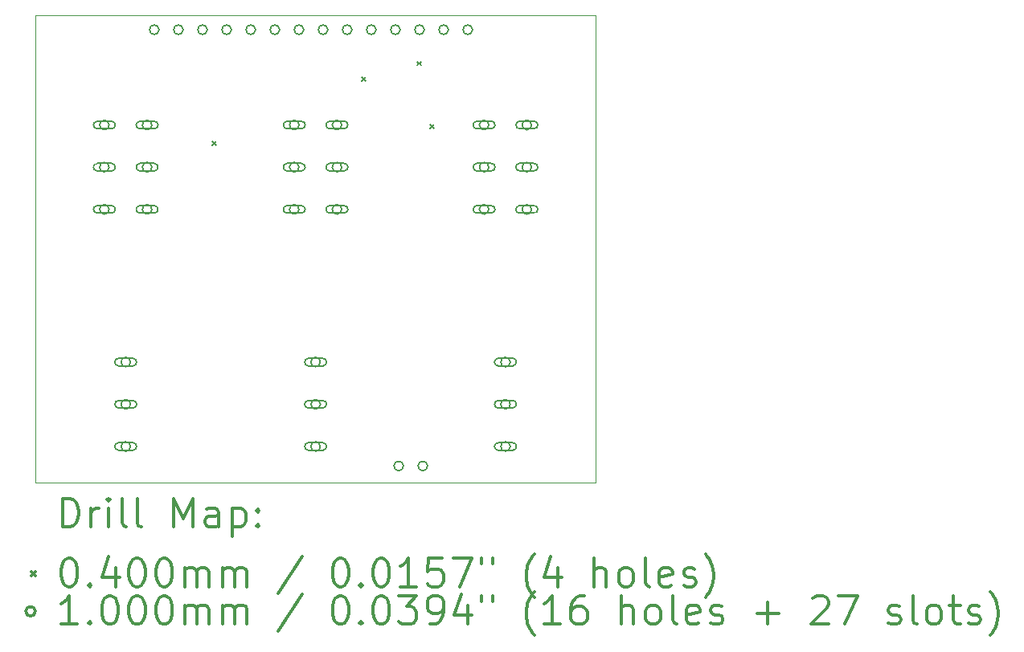
<source format=gbr>
%FSLAX45Y45*%
G04 Gerber Fmt 4.5, Leading zero omitted, Abs format (unit mm)*
G04 Created by KiCad (PCBNEW 5.1.10) date 2021-05-19 15:42:45*
%MOMM*%
%LPD*%
G01*
G04 APERTURE LIST*
%TA.AperFunction,Profile*%
%ADD10C,0.050000*%
%TD*%
%ADD11C,0.200000*%
%ADD12C,0.300000*%
G04 APERTURE END LIST*
D10*
X3800000Y-12450000D02*
X3825000Y-12450000D01*
X9700000Y-12450000D02*
X3825000Y-12450000D01*
X9700000Y-12450000D02*
X9700000Y-17375000D01*
X3800000Y-17375000D02*
X9700000Y-17375000D01*
X3800000Y-12450000D02*
X3800000Y-17375000D01*
D11*
X5663010Y-13775770D02*
X5703010Y-13815770D01*
X5703010Y-13775770D02*
X5663010Y-13815770D01*
X7237170Y-13101920D02*
X7277170Y-13141920D01*
X7277170Y-13101920D02*
X7237170Y-13141920D01*
X7824000Y-12935510D02*
X7864000Y-12975510D01*
X7864000Y-12935510D02*
X7824000Y-12975510D01*
X7955630Y-13600760D02*
X7995630Y-13640760D01*
X7995630Y-13600760D02*
X7955630Y-13640760D01*
X4575000Y-13605000D02*
G75*
G03*
X4575000Y-13605000I-50000J0D01*
G01*
X4600000Y-13565000D02*
X4450000Y-13565000D01*
X4600000Y-13645000D02*
X4450000Y-13645000D01*
X4450000Y-13565000D02*
G75*
G03*
X4450000Y-13645000I0J-40000D01*
G01*
X4600000Y-13645000D02*
G75*
G03*
X4600000Y-13565000I0J40000D01*
G01*
X4575000Y-14050000D02*
G75*
G03*
X4575000Y-14050000I-50000J0D01*
G01*
X4600000Y-14010000D02*
X4450000Y-14010000D01*
X4600000Y-14090000D02*
X4450000Y-14090000D01*
X4450000Y-14010000D02*
G75*
G03*
X4450000Y-14090000I0J-40000D01*
G01*
X4600000Y-14090000D02*
G75*
G03*
X4600000Y-14010000I0J40000D01*
G01*
X4575000Y-14495000D02*
G75*
G03*
X4575000Y-14495000I-50000J0D01*
G01*
X4600000Y-14455000D02*
X4450000Y-14455000D01*
X4600000Y-14535000D02*
X4450000Y-14535000D01*
X4450000Y-14455000D02*
G75*
G03*
X4450000Y-14535000I0J-40000D01*
G01*
X4600000Y-14535000D02*
G75*
G03*
X4600000Y-14455000I0J40000D01*
G01*
X4800000Y-16105000D02*
G75*
G03*
X4800000Y-16105000I-50000J0D01*
G01*
X4675000Y-16145000D02*
X4825000Y-16145000D01*
X4675000Y-16065000D02*
X4825000Y-16065000D01*
X4825000Y-16145000D02*
G75*
G03*
X4825000Y-16065000I0J40000D01*
G01*
X4675000Y-16065000D02*
G75*
G03*
X4675000Y-16145000I0J-40000D01*
G01*
X4800000Y-16550000D02*
G75*
G03*
X4800000Y-16550000I-50000J0D01*
G01*
X4675000Y-16590000D02*
X4825000Y-16590000D01*
X4675000Y-16510000D02*
X4825000Y-16510000D01*
X4825000Y-16590000D02*
G75*
G03*
X4825000Y-16510000I0J40000D01*
G01*
X4675000Y-16510000D02*
G75*
G03*
X4675000Y-16590000I0J-40000D01*
G01*
X4800000Y-16995000D02*
G75*
G03*
X4800000Y-16995000I-50000J0D01*
G01*
X4675000Y-17035000D02*
X4825000Y-17035000D01*
X4675000Y-16955000D02*
X4825000Y-16955000D01*
X4825000Y-17035000D02*
G75*
G03*
X4825000Y-16955000I0J40000D01*
G01*
X4675000Y-16955000D02*
G75*
G03*
X4675000Y-17035000I0J-40000D01*
G01*
X5025000Y-13605000D02*
G75*
G03*
X5025000Y-13605000I-50000J0D01*
G01*
X4900000Y-13645000D02*
X5050000Y-13645000D01*
X4900000Y-13565000D02*
X5050000Y-13565000D01*
X5050000Y-13645000D02*
G75*
G03*
X5050000Y-13565000I0J40000D01*
G01*
X4900000Y-13565000D02*
G75*
G03*
X4900000Y-13645000I0J-40000D01*
G01*
X5025000Y-14050000D02*
G75*
G03*
X5025000Y-14050000I-50000J0D01*
G01*
X4900000Y-14090000D02*
X5050000Y-14090000D01*
X4900000Y-14010000D02*
X5050000Y-14010000D01*
X5050000Y-14090000D02*
G75*
G03*
X5050000Y-14010000I0J40000D01*
G01*
X4900000Y-14010000D02*
G75*
G03*
X4900000Y-14090000I0J-40000D01*
G01*
X5025000Y-14495000D02*
G75*
G03*
X5025000Y-14495000I-50000J0D01*
G01*
X4900000Y-14535000D02*
X5050000Y-14535000D01*
X4900000Y-14455000D02*
X5050000Y-14455000D01*
X5050000Y-14535000D02*
G75*
G03*
X5050000Y-14455000I0J40000D01*
G01*
X4900000Y-14455000D02*
G75*
G03*
X4900000Y-14535000I0J-40000D01*
G01*
X5100000Y-12600000D02*
G75*
G03*
X5100000Y-12600000I-50000J0D01*
G01*
X5354000Y-12600000D02*
G75*
G03*
X5354000Y-12600000I-50000J0D01*
G01*
X5608000Y-12600000D02*
G75*
G03*
X5608000Y-12600000I-50000J0D01*
G01*
X5862000Y-12600000D02*
G75*
G03*
X5862000Y-12600000I-50000J0D01*
G01*
X6116000Y-12600000D02*
G75*
G03*
X6116000Y-12600000I-50000J0D01*
G01*
X6370000Y-12600000D02*
G75*
G03*
X6370000Y-12600000I-50000J0D01*
G01*
X6575000Y-13605000D02*
G75*
G03*
X6575000Y-13605000I-50000J0D01*
G01*
X6600000Y-13565000D02*
X6450000Y-13565000D01*
X6600000Y-13645000D02*
X6450000Y-13645000D01*
X6450000Y-13565000D02*
G75*
G03*
X6450000Y-13645000I0J-40000D01*
G01*
X6600000Y-13645000D02*
G75*
G03*
X6600000Y-13565000I0J40000D01*
G01*
X6575000Y-14050000D02*
G75*
G03*
X6575000Y-14050000I-50000J0D01*
G01*
X6600000Y-14010000D02*
X6450000Y-14010000D01*
X6600000Y-14090000D02*
X6450000Y-14090000D01*
X6450000Y-14010000D02*
G75*
G03*
X6450000Y-14090000I0J-40000D01*
G01*
X6600000Y-14090000D02*
G75*
G03*
X6600000Y-14010000I0J40000D01*
G01*
X6575000Y-14495000D02*
G75*
G03*
X6575000Y-14495000I-50000J0D01*
G01*
X6600000Y-14455000D02*
X6450000Y-14455000D01*
X6600000Y-14535000D02*
X6450000Y-14535000D01*
X6450000Y-14455000D02*
G75*
G03*
X6450000Y-14535000I0J-40000D01*
G01*
X6600000Y-14535000D02*
G75*
G03*
X6600000Y-14455000I0J40000D01*
G01*
X6624000Y-12600000D02*
G75*
G03*
X6624000Y-12600000I-50000J0D01*
G01*
X6800000Y-16105000D02*
G75*
G03*
X6800000Y-16105000I-50000J0D01*
G01*
X6675000Y-16145000D02*
X6825000Y-16145000D01*
X6675000Y-16065000D02*
X6825000Y-16065000D01*
X6825000Y-16145000D02*
G75*
G03*
X6825000Y-16065000I0J40000D01*
G01*
X6675000Y-16065000D02*
G75*
G03*
X6675000Y-16145000I0J-40000D01*
G01*
X6800000Y-16550000D02*
G75*
G03*
X6800000Y-16550000I-50000J0D01*
G01*
X6675000Y-16590000D02*
X6825000Y-16590000D01*
X6675000Y-16510000D02*
X6825000Y-16510000D01*
X6825000Y-16590000D02*
G75*
G03*
X6825000Y-16510000I0J40000D01*
G01*
X6675000Y-16510000D02*
G75*
G03*
X6675000Y-16590000I0J-40000D01*
G01*
X6800000Y-16995000D02*
G75*
G03*
X6800000Y-16995000I-50000J0D01*
G01*
X6675000Y-17035000D02*
X6825000Y-17035000D01*
X6675000Y-16955000D02*
X6825000Y-16955000D01*
X6825000Y-17035000D02*
G75*
G03*
X6825000Y-16955000I0J40000D01*
G01*
X6675000Y-16955000D02*
G75*
G03*
X6675000Y-17035000I0J-40000D01*
G01*
X6878000Y-12600000D02*
G75*
G03*
X6878000Y-12600000I-50000J0D01*
G01*
X7025000Y-13605000D02*
G75*
G03*
X7025000Y-13605000I-50000J0D01*
G01*
X6900000Y-13645000D02*
X7050000Y-13645000D01*
X6900000Y-13565000D02*
X7050000Y-13565000D01*
X7050000Y-13645000D02*
G75*
G03*
X7050000Y-13565000I0J40000D01*
G01*
X6900000Y-13565000D02*
G75*
G03*
X6900000Y-13645000I0J-40000D01*
G01*
X7025000Y-14050000D02*
G75*
G03*
X7025000Y-14050000I-50000J0D01*
G01*
X6900000Y-14090000D02*
X7050000Y-14090000D01*
X6900000Y-14010000D02*
X7050000Y-14010000D01*
X7050000Y-14090000D02*
G75*
G03*
X7050000Y-14010000I0J40000D01*
G01*
X6900000Y-14010000D02*
G75*
G03*
X6900000Y-14090000I0J-40000D01*
G01*
X7025000Y-14495000D02*
G75*
G03*
X7025000Y-14495000I-50000J0D01*
G01*
X6900000Y-14535000D02*
X7050000Y-14535000D01*
X6900000Y-14455000D02*
X7050000Y-14455000D01*
X7050000Y-14535000D02*
G75*
G03*
X7050000Y-14455000I0J40000D01*
G01*
X6900000Y-14455000D02*
G75*
G03*
X6900000Y-14535000I0J-40000D01*
G01*
X7132000Y-12600000D02*
G75*
G03*
X7132000Y-12600000I-50000J0D01*
G01*
X7386000Y-12600000D02*
G75*
G03*
X7386000Y-12600000I-50000J0D01*
G01*
X7640000Y-12600000D02*
G75*
G03*
X7640000Y-12600000I-50000J0D01*
G01*
X7675000Y-17200000D02*
G75*
G03*
X7675000Y-17200000I-50000J0D01*
G01*
X7894000Y-12600000D02*
G75*
G03*
X7894000Y-12600000I-50000J0D01*
G01*
X7929000Y-17200000D02*
G75*
G03*
X7929000Y-17200000I-50000J0D01*
G01*
X8148000Y-12600000D02*
G75*
G03*
X8148000Y-12600000I-50000J0D01*
G01*
X8402000Y-12600000D02*
G75*
G03*
X8402000Y-12600000I-50000J0D01*
G01*
X8575000Y-13605000D02*
G75*
G03*
X8575000Y-13605000I-50000J0D01*
G01*
X8600000Y-13565000D02*
X8450000Y-13565000D01*
X8600000Y-13645000D02*
X8450000Y-13645000D01*
X8450000Y-13565000D02*
G75*
G03*
X8450000Y-13645000I0J-40000D01*
G01*
X8600000Y-13645000D02*
G75*
G03*
X8600000Y-13565000I0J40000D01*
G01*
X8575000Y-14050000D02*
G75*
G03*
X8575000Y-14050000I-50000J0D01*
G01*
X8600000Y-14010000D02*
X8450000Y-14010000D01*
X8600000Y-14090000D02*
X8450000Y-14090000D01*
X8450000Y-14010000D02*
G75*
G03*
X8450000Y-14090000I0J-40000D01*
G01*
X8600000Y-14090000D02*
G75*
G03*
X8600000Y-14010000I0J40000D01*
G01*
X8575000Y-14495000D02*
G75*
G03*
X8575000Y-14495000I-50000J0D01*
G01*
X8600000Y-14455000D02*
X8450000Y-14455000D01*
X8600000Y-14535000D02*
X8450000Y-14535000D01*
X8450000Y-14455000D02*
G75*
G03*
X8450000Y-14535000I0J-40000D01*
G01*
X8600000Y-14535000D02*
G75*
G03*
X8600000Y-14455000I0J40000D01*
G01*
X8800000Y-16105000D02*
G75*
G03*
X8800000Y-16105000I-50000J0D01*
G01*
X8675000Y-16145000D02*
X8825000Y-16145000D01*
X8675000Y-16065000D02*
X8825000Y-16065000D01*
X8825000Y-16145000D02*
G75*
G03*
X8825000Y-16065000I0J40000D01*
G01*
X8675000Y-16065000D02*
G75*
G03*
X8675000Y-16145000I0J-40000D01*
G01*
X8800000Y-16550000D02*
G75*
G03*
X8800000Y-16550000I-50000J0D01*
G01*
X8675000Y-16590000D02*
X8825000Y-16590000D01*
X8675000Y-16510000D02*
X8825000Y-16510000D01*
X8825000Y-16590000D02*
G75*
G03*
X8825000Y-16510000I0J40000D01*
G01*
X8675000Y-16510000D02*
G75*
G03*
X8675000Y-16590000I0J-40000D01*
G01*
X8800000Y-16995000D02*
G75*
G03*
X8800000Y-16995000I-50000J0D01*
G01*
X8675000Y-17035000D02*
X8825000Y-17035000D01*
X8675000Y-16955000D02*
X8825000Y-16955000D01*
X8825000Y-17035000D02*
G75*
G03*
X8825000Y-16955000I0J40000D01*
G01*
X8675000Y-16955000D02*
G75*
G03*
X8675000Y-17035000I0J-40000D01*
G01*
X9025000Y-13605000D02*
G75*
G03*
X9025000Y-13605000I-50000J0D01*
G01*
X8900000Y-13645000D02*
X9050000Y-13645000D01*
X8900000Y-13565000D02*
X9050000Y-13565000D01*
X9050000Y-13645000D02*
G75*
G03*
X9050000Y-13565000I0J40000D01*
G01*
X8900000Y-13565000D02*
G75*
G03*
X8900000Y-13645000I0J-40000D01*
G01*
X9025000Y-14050000D02*
G75*
G03*
X9025000Y-14050000I-50000J0D01*
G01*
X8900000Y-14090000D02*
X9050000Y-14090000D01*
X8900000Y-14010000D02*
X9050000Y-14010000D01*
X9050000Y-14090000D02*
G75*
G03*
X9050000Y-14010000I0J40000D01*
G01*
X8900000Y-14010000D02*
G75*
G03*
X8900000Y-14090000I0J-40000D01*
G01*
X9025000Y-14495000D02*
G75*
G03*
X9025000Y-14495000I-50000J0D01*
G01*
X8900000Y-14535000D02*
X9050000Y-14535000D01*
X8900000Y-14455000D02*
X9050000Y-14455000D01*
X9050000Y-14535000D02*
G75*
G03*
X9050000Y-14455000I0J40000D01*
G01*
X8900000Y-14455000D02*
G75*
G03*
X8900000Y-14535000I0J-40000D01*
G01*
D12*
X4083928Y-17843214D02*
X4083928Y-17543214D01*
X4155357Y-17543214D01*
X4198214Y-17557500D01*
X4226786Y-17586072D01*
X4241071Y-17614643D01*
X4255357Y-17671786D01*
X4255357Y-17714643D01*
X4241071Y-17771786D01*
X4226786Y-17800357D01*
X4198214Y-17828929D01*
X4155357Y-17843214D01*
X4083928Y-17843214D01*
X4383928Y-17843214D02*
X4383928Y-17643214D01*
X4383928Y-17700357D02*
X4398214Y-17671786D01*
X4412500Y-17657500D01*
X4441071Y-17643214D01*
X4469643Y-17643214D01*
X4569643Y-17843214D02*
X4569643Y-17643214D01*
X4569643Y-17543214D02*
X4555357Y-17557500D01*
X4569643Y-17571786D01*
X4583928Y-17557500D01*
X4569643Y-17543214D01*
X4569643Y-17571786D01*
X4755357Y-17843214D02*
X4726786Y-17828929D01*
X4712500Y-17800357D01*
X4712500Y-17543214D01*
X4912500Y-17843214D02*
X4883928Y-17828929D01*
X4869643Y-17800357D01*
X4869643Y-17543214D01*
X5255357Y-17843214D02*
X5255357Y-17543214D01*
X5355357Y-17757500D01*
X5455357Y-17543214D01*
X5455357Y-17843214D01*
X5726786Y-17843214D02*
X5726786Y-17686072D01*
X5712500Y-17657500D01*
X5683928Y-17643214D01*
X5626786Y-17643214D01*
X5598214Y-17657500D01*
X5726786Y-17828929D02*
X5698214Y-17843214D01*
X5626786Y-17843214D01*
X5598214Y-17828929D01*
X5583928Y-17800357D01*
X5583928Y-17771786D01*
X5598214Y-17743214D01*
X5626786Y-17728929D01*
X5698214Y-17728929D01*
X5726786Y-17714643D01*
X5869643Y-17643214D02*
X5869643Y-17943214D01*
X5869643Y-17657500D02*
X5898214Y-17643214D01*
X5955357Y-17643214D01*
X5983928Y-17657500D01*
X5998214Y-17671786D01*
X6012500Y-17700357D01*
X6012500Y-17786072D01*
X5998214Y-17814643D01*
X5983928Y-17828929D01*
X5955357Y-17843214D01*
X5898214Y-17843214D01*
X5869643Y-17828929D01*
X6141071Y-17814643D02*
X6155357Y-17828929D01*
X6141071Y-17843214D01*
X6126786Y-17828929D01*
X6141071Y-17814643D01*
X6141071Y-17843214D01*
X6141071Y-17657500D02*
X6155357Y-17671786D01*
X6141071Y-17686072D01*
X6126786Y-17671786D01*
X6141071Y-17657500D01*
X6141071Y-17686072D01*
X3757500Y-18317500D02*
X3797500Y-18357500D01*
X3797500Y-18317500D02*
X3757500Y-18357500D01*
X4141071Y-18173214D02*
X4169643Y-18173214D01*
X4198214Y-18187500D01*
X4212500Y-18201786D01*
X4226786Y-18230357D01*
X4241071Y-18287500D01*
X4241071Y-18358929D01*
X4226786Y-18416072D01*
X4212500Y-18444643D01*
X4198214Y-18458929D01*
X4169643Y-18473214D01*
X4141071Y-18473214D01*
X4112500Y-18458929D01*
X4098214Y-18444643D01*
X4083928Y-18416072D01*
X4069643Y-18358929D01*
X4069643Y-18287500D01*
X4083928Y-18230357D01*
X4098214Y-18201786D01*
X4112500Y-18187500D01*
X4141071Y-18173214D01*
X4369643Y-18444643D02*
X4383928Y-18458929D01*
X4369643Y-18473214D01*
X4355357Y-18458929D01*
X4369643Y-18444643D01*
X4369643Y-18473214D01*
X4641071Y-18273214D02*
X4641071Y-18473214D01*
X4569643Y-18158929D02*
X4498214Y-18373214D01*
X4683928Y-18373214D01*
X4855357Y-18173214D02*
X4883928Y-18173214D01*
X4912500Y-18187500D01*
X4926786Y-18201786D01*
X4941071Y-18230357D01*
X4955357Y-18287500D01*
X4955357Y-18358929D01*
X4941071Y-18416072D01*
X4926786Y-18444643D01*
X4912500Y-18458929D01*
X4883928Y-18473214D01*
X4855357Y-18473214D01*
X4826786Y-18458929D01*
X4812500Y-18444643D01*
X4798214Y-18416072D01*
X4783928Y-18358929D01*
X4783928Y-18287500D01*
X4798214Y-18230357D01*
X4812500Y-18201786D01*
X4826786Y-18187500D01*
X4855357Y-18173214D01*
X5141071Y-18173214D02*
X5169643Y-18173214D01*
X5198214Y-18187500D01*
X5212500Y-18201786D01*
X5226786Y-18230357D01*
X5241071Y-18287500D01*
X5241071Y-18358929D01*
X5226786Y-18416072D01*
X5212500Y-18444643D01*
X5198214Y-18458929D01*
X5169643Y-18473214D01*
X5141071Y-18473214D01*
X5112500Y-18458929D01*
X5098214Y-18444643D01*
X5083928Y-18416072D01*
X5069643Y-18358929D01*
X5069643Y-18287500D01*
X5083928Y-18230357D01*
X5098214Y-18201786D01*
X5112500Y-18187500D01*
X5141071Y-18173214D01*
X5369643Y-18473214D02*
X5369643Y-18273214D01*
X5369643Y-18301786D02*
X5383928Y-18287500D01*
X5412500Y-18273214D01*
X5455357Y-18273214D01*
X5483928Y-18287500D01*
X5498214Y-18316072D01*
X5498214Y-18473214D01*
X5498214Y-18316072D02*
X5512500Y-18287500D01*
X5541071Y-18273214D01*
X5583928Y-18273214D01*
X5612500Y-18287500D01*
X5626786Y-18316072D01*
X5626786Y-18473214D01*
X5769643Y-18473214D02*
X5769643Y-18273214D01*
X5769643Y-18301786D02*
X5783928Y-18287500D01*
X5812500Y-18273214D01*
X5855357Y-18273214D01*
X5883928Y-18287500D01*
X5898214Y-18316072D01*
X5898214Y-18473214D01*
X5898214Y-18316072D02*
X5912500Y-18287500D01*
X5941071Y-18273214D01*
X5983928Y-18273214D01*
X6012500Y-18287500D01*
X6026786Y-18316072D01*
X6026786Y-18473214D01*
X6612500Y-18158929D02*
X6355357Y-18544643D01*
X6998214Y-18173214D02*
X7026786Y-18173214D01*
X7055357Y-18187500D01*
X7069643Y-18201786D01*
X7083928Y-18230357D01*
X7098214Y-18287500D01*
X7098214Y-18358929D01*
X7083928Y-18416072D01*
X7069643Y-18444643D01*
X7055357Y-18458929D01*
X7026786Y-18473214D01*
X6998214Y-18473214D01*
X6969643Y-18458929D01*
X6955357Y-18444643D01*
X6941071Y-18416072D01*
X6926786Y-18358929D01*
X6926786Y-18287500D01*
X6941071Y-18230357D01*
X6955357Y-18201786D01*
X6969643Y-18187500D01*
X6998214Y-18173214D01*
X7226786Y-18444643D02*
X7241071Y-18458929D01*
X7226786Y-18473214D01*
X7212500Y-18458929D01*
X7226786Y-18444643D01*
X7226786Y-18473214D01*
X7426786Y-18173214D02*
X7455357Y-18173214D01*
X7483928Y-18187500D01*
X7498214Y-18201786D01*
X7512500Y-18230357D01*
X7526786Y-18287500D01*
X7526786Y-18358929D01*
X7512500Y-18416072D01*
X7498214Y-18444643D01*
X7483928Y-18458929D01*
X7455357Y-18473214D01*
X7426786Y-18473214D01*
X7398214Y-18458929D01*
X7383928Y-18444643D01*
X7369643Y-18416072D01*
X7355357Y-18358929D01*
X7355357Y-18287500D01*
X7369643Y-18230357D01*
X7383928Y-18201786D01*
X7398214Y-18187500D01*
X7426786Y-18173214D01*
X7812500Y-18473214D02*
X7641071Y-18473214D01*
X7726786Y-18473214D02*
X7726786Y-18173214D01*
X7698214Y-18216072D01*
X7669643Y-18244643D01*
X7641071Y-18258929D01*
X8083928Y-18173214D02*
X7941071Y-18173214D01*
X7926786Y-18316072D01*
X7941071Y-18301786D01*
X7969643Y-18287500D01*
X8041071Y-18287500D01*
X8069643Y-18301786D01*
X8083928Y-18316072D01*
X8098214Y-18344643D01*
X8098214Y-18416072D01*
X8083928Y-18444643D01*
X8069643Y-18458929D01*
X8041071Y-18473214D01*
X7969643Y-18473214D01*
X7941071Y-18458929D01*
X7926786Y-18444643D01*
X8198214Y-18173214D02*
X8398214Y-18173214D01*
X8269643Y-18473214D01*
X8498214Y-18173214D02*
X8498214Y-18230357D01*
X8612500Y-18173214D02*
X8612500Y-18230357D01*
X9055357Y-18587500D02*
X9041071Y-18573214D01*
X9012500Y-18530357D01*
X8998214Y-18501786D01*
X8983928Y-18458929D01*
X8969643Y-18387500D01*
X8969643Y-18330357D01*
X8983928Y-18258929D01*
X8998214Y-18216072D01*
X9012500Y-18187500D01*
X9041071Y-18144643D01*
X9055357Y-18130357D01*
X9298214Y-18273214D02*
X9298214Y-18473214D01*
X9226786Y-18158929D02*
X9155357Y-18373214D01*
X9341071Y-18373214D01*
X9683928Y-18473214D02*
X9683928Y-18173214D01*
X9812500Y-18473214D02*
X9812500Y-18316072D01*
X9798214Y-18287500D01*
X9769643Y-18273214D01*
X9726786Y-18273214D01*
X9698214Y-18287500D01*
X9683928Y-18301786D01*
X9998214Y-18473214D02*
X9969643Y-18458929D01*
X9955357Y-18444643D01*
X9941071Y-18416072D01*
X9941071Y-18330357D01*
X9955357Y-18301786D01*
X9969643Y-18287500D01*
X9998214Y-18273214D01*
X10041071Y-18273214D01*
X10069643Y-18287500D01*
X10083928Y-18301786D01*
X10098214Y-18330357D01*
X10098214Y-18416072D01*
X10083928Y-18444643D01*
X10069643Y-18458929D01*
X10041071Y-18473214D01*
X9998214Y-18473214D01*
X10269643Y-18473214D02*
X10241071Y-18458929D01*
X10226786Y-18430357D01*
X10226786Y-18173214D01*
X10498214Y-18458929D02*
X10469643Y-18473214D01*
X10412500Y-18473214D01*
X10383928Y-18458929D01*
X10369643Y-18430357D01*
X10369643Y-18316072D01*
X10383928Y-18287500D01*
X10412500Y-18273214D01*
X10469643Y-18273214D01*
X10498214Y-18287500D01*
X10512500Y-18316072D01*
X10512500Y-18344643D01*
X10369643Y-18373214D01*
X10626786Y-18458929D02*
X10655357Y-18473214D01*
X10712500Y-18473214D01*
X10741071Y-18458929D01*
X10755357Y-18430357D01*
X10755357Y-18416072D01*
X10741071Y-18387500D01*
X10712500Y-18373214D01*
X10669643Y-18373214D01*
X10641071Y-18358929D01*
X10626786Y-18330357D01*
X10626786Y-18316072D01*
X10641071Y-18287500D01*
X10669643Y-18273214D01*
X10712500Y-18273214D01*
X10741071Y-18287500D01*
X10855357Y-18587500D02*
X10869643Y-18573214D01*
X10898214Y-18530357D01*
X10912500Y-18501786D01*
X10926786Y-18458929D01*
X10941071Y-18387500D01*
X10941071Y-18330357D01*
X10926786Y-18258929D01*
X10912500Y-18216072D01*
X10898214Y-18187500D01*
X10869643Y-18144643D01*
X10855357Y-18130357D01*
X3797500Y-18733500D02*
G75*
G03*
X3797500Y-18733500I-50000J0D01*
G01*
X4241071Y-18869214D02*
X4069643Y-18869214D01*
X4155357Y-18869214D02*
X4155357Y-18569214D01*
X4126786Y-18612072D01*
X4098214Y-18640643D01*
X4069643Y-18654929D01*
X4369643Y-18840643D02*
X4383928Y-18854929D01*
X4369643Y-18869214D01*
X4355357Y-18854929D01*
X4369643Y-18840643D01*
X4369643Y-18869214D01*
X4569643Y-18569214D02*
X4598214Y-18569214D01*
X4626786Y-18583500D01*
X4641071Y-18597786D01*
X4655357Y-18626357D01*
X4669643Y-18683500D01*
X4669643Y-18754929D01*
X4655357Y-18812072D01*
X4641071Y-18840643D01*
X4626786Y-18854929D01*
X4598214Y-18869214D01*
X4569643Y-18869214D01*
X4541071Y-18854929D01*
X4526786Y-18840643D01*
X4512500Y-18812072D01*
X4498214Y-18754929D01*
X4498214Y-18683500D01*
X4512500Y-18626357D01*
X4526786Y-18597786D01*
X4541071Y-18583500D01*
X4569643Y-18569214D01*
X4855357Y-18569214D02*
X4883928Y-18569214D01*
X4912500Y-18583500D01*
X4926786Y-18597786D01*
X4941071Y-18626357D01*
X4955357Y-18683500D01*
X4955357Y-18754929D01*
X4941071Y-18812072D01*
X4926786Y-18840643D01*
X4912500Y-18854929D01*
X4883928Y-18869214D01*
X4855357Y-18869214D01*
X4826786Y-18854929D01*
X4812500Y-18840643D01*
X4798214Y-18812072D01*
X4783928Y-18754929D01*
X4783928Y-18683500D01*
X4798214Y-18626357D01*
X4812500Y-18597786D01*
X4826786Y-18583500D01*
X4855357Y-18569214D01*
X5141071Y-18569214D02*
X5169643Y-18569214D01*
X5198214Y-18583500D01*
X5212500Y-18597786D01*
X5226786Y-18626357D01*
X5241071Y-18683500D01*
X5241071Y-18754929D01*
X5226786Y-18812072D01*
X5212500Y-18840643D01*
X5198214Y-18854929D01*
X5169643Y-18869214D01*
X5141071Y-18869214D01*
X5112500Y-18854929D01*
X5098214Y-18840643D01*
X5083928Y-18812072D01*
X5069643Y-18754929D01*
X5069643Y-18683500D01*
X5083928Y-18626357D01*
X5098214Y-18597786D01*
X5112500Y-18583500D01*
X5141071Y-18569214D01*
X5369643Y-18869214D02*
X5369643Y-18669214D01*
X5369643Y-18697786D02*
X5383928Y-18683500D01*
X5412500Y-18669214D01*
X5455357Y-18669214D01*
X5483928Y-18683500D01*
X5498214Y-18712072D01*
X5498214Y-18869214D01*
X5498214Y-18712072D02*
X5512500Y-18683500D01*
X5541071Y-18669214D01*
X5583928Y-18669214D01*
X5612500Y-18683500D01*
X5626786Y-18712072D01*
X5626786Y-18869214D01*
X5769643Y-18869214D02*
X5769643Y-18669214D01*
X5769643Y-18697786D02*
X5783928Y-18683500D01*
X5812500Y-18669214D01*
X5855357Y-18669214D01*
X5883928Y-18683500D01*
X5898214Y-18712072D01*
X5898214Y-18869214D01*
X5898214Y-18712072D02*
X5912500Y-18683500D01*
X5941071Y-18669214D01*
X5983928Y-18669214D01*
X6012500Y-18683500D01*
X6026786Y-18712072D01*
X6026786Y-18869214D01*
X6612500Y-18554929D02*
X6355357Y-18940643D01*
X6998214Y-18569214D02*
X7026786Y-18569214D01*
X7055357Y-18583500D01*
X7069643Y-18597786D01*
X7083928Y-18626357D01*
X7098214Y-18683500D01*
X7098214Y-18754929D01*
X7083928Y-18812072D01*
X7069643Y-18840643D01*
X7055357Y-18854929D01*
X7026786Y-18869214D01*
X6998214Y-18869214D01*
X6969643Y-18854929D01*
X6955357Y-18840643D01*
X6941071Y-18812072D01*
X6926786Y-18754929D01*
X6926786Y-18683500D01*
X6941071Y-18626357D01*
X6955357Y-18597786D01*
X6969643Y-18583500D01*
X6998214Y-18569214D01*
X7226786Y-18840643D02*
X7241071Y-18854929D01*
X7226786Y-18869214D01*
X7212500Y-18854929D01*
X7226786Y-18840643D01*
X7226786Y-18869214D01*
X7426786Y-18569214D02*
X7455357Y-18569214D01*
X7483928Y-18583500D01*
X7498214Y-18597786D01*
X7512500Y-18626357D01*
X7526786Y-18683500D01*
X7526786Y-18754929D01*
X7512500Y-18812072D01*
X7498214Y-18840643D01*
X7483928Y-18854929D01*
X7455357Y-18869214D01*
X7426786Y-18869214D01*
X7398214Y-18854929D01*
X7383928Y-18840643D01*
X7369643Y-18812072D01*
X7355357Y-18754929D01*
X7355357Y-18683500D01*
X7369643Y-18626357D01*
X7383928Y-18597786D01*
X7398214Y-18583500D01*
X7426786Y-18569214D01*
X7626786Y-18569214D02*
X7812500Y-18569214D01*
X7712500Y-18683500D01*
X7755357Y-18683500D01*
X7783928Y-18697786D01*
X7798214Y-18712072D01*
X7812500Y-18740643D01*
X7812500Y-18812072D01*
X7798214Y-18840643D01*
X7783928Y-18854929D01*
X7755357Y-18869214D01*
X7669643Y-18869214D01*
X7641071Y-18854929D01*
X7626786Y-18840643D01*
X7955357Y-18869214D02*
X8012500Y-18869214D01*
X8041071Y-18854929D01*
X8055357Y-18840643D01*
X8083928Y-18797786D01*
X8098214Y-18740643D01*
X8098214Y-18626357D01*
X8083928Y-18597786D01*
X8069643Y-18583500D01*
X8041071Y-18569214D01*
X7983928Y-18569214D01*
X7955357Y-18583500D01*
X7941071Y-18597786D01*
X7926786Y-18626357D01*
X7926786Y-18697786D01*
X7941071Y-18726357D01*
X7955357Y-18740643D01*
X7983928Y-18754929D01*
X8041071Y-18754929D01*
X8069643Y-18740643D01*
X8083928Y-18726357D01*
X8098214Y-18697786D01*
X8355357Y-18669214D02*
X8355357Y-18869214D01*
X8283928Y-18554929D02*
X8212500Y-18769214D01*
X8398214Y-18769214D01*
X8498214Y-18569214D02*
X8498214Y-18626357D01*
X8612500Y-18569214D02*
X8612500Y-18626357D01*
X9055357Y-18983500D02*
X9041071Y-18969214D01*
X9012500Y-18926357D01*
X8998214Y-18897786D01*
X8983928Y-18854929D01*
X8969643Y-18783500D01*
X8969643Y-18726357D01*
X8983928Y-18654929D01*
X8998214Y-18612072D01*
X9012500Y-18583500D01*
X9041071Y-18540643D01*
X9055357Y-18526357D01*
X9326786Y-18869214D02*
X9155357Y-18869214D01*
X9241071Y-18869214D02*
X9241071Y-18569214D01*
X9212500Y-18612072D01*
X9183928Y-18640643D01*
X9155357Y-18654929D01*
X9583928Y-18569214D02*
X9526786Y-18569214D01*
X9498214Y-18583500D01*
X9483928Y-18597786D01*
X9455357Y-18640643D01*
X9441071Y-18697786D01*
X9441071Y-18812072D01*
X9455357Y-18840643D01*
X9469643Y-18854929D01*
X9498214Y-18869214D01*
X9555357Y-18869214D01*
X9583928Y-18854929D01*
X9598214Y-18840643D01*
X9612500Y-18812072D01*
X9612500Y-18740643D01*
X9598214Y-18712072D01*
X9583928Y-18697786D01*
X9555357Y-18683500D01*
X9498214Y-18683500D01*
X9469643Y-18697786D01*
X9455357Y-18712072D01*
X9441071Y-18740643D01*
X9969643Y-18869214D02*
X9969643Y-18569214D01*
X10098214Y-18869214D02*
X10098214Y-18712072D01*
X10083928Y-18683500D01*
X10055357Y-18669214D01*
X10012500Y-18669214D01*
X9983928Y-18683500D01*
X9969643Y-18697786D01*
X10283928Y-18869214D02*
X10255357Y-18854929D01*
X10241071Y-18840643D01*
X10226786Y-18812072D01*
X10226786Y-18726357D01*
X10241071Y-18697786D01*
X10255357Y-18683500D01*
X10283928Y-18669214D01*
X10326786Y-18669214D01*
X10355357Y-18683500D01*
X10369643Y-18697786D01*
X10383928Y-18726357D01*
X10383928Y-18812072D01*
X10369643Y-18840643D01*
X10355357Y-18854929D01*
X10326786Y-18869214D01*
X10283928Y-18869214D01*
X10555357Y-18869214D02*
X10526786Y-18854929D01*
X10512500Y-18826357D01*
X10512500Y-18569214D01*
X10783928Y-18854929D02*
X10755357Y-18869214D01*
X10698214Y-18869214D01*
X10669643Y-18854929D01*
X10655357Y-18826357D01*
X10655357Y-18712072D01*
X10669643Y-18683500D01*
X10698214Y-18669214D01*
X10755357Y-18669214D01*
X10783928Y-18683500D01*
X10798214Y-18712072D01*
X10798214Y-18740643D01*
X10655357Y-18769214D01*
X10912500Y-18854929D02*
X10941071Y-18869214D01*
X10998214Y-18869214D01*
X11026786Y-18854929D01*
X11041071Y-18826357D01*
X11041071Y-18812072D01*
X11026786Y-18783500D01*
X10998214Y-18769214D01*
X10955357Y-18769214D01*
X10926786Y-18754929D01*
X10912500Y-18726357D01*
X10912500Y-18712072D01*
X10926786Y-18683500D01*
X10955357Y-18669214D01*
X10998214Y-18669214D01*
X11026786Y-18683500D01*
X11398214Y-18754929D02*
X11626786Y-18754929D01*
X11512500Y-18869214D02*
X11512500Y-18640643D01*
X11983928Y-18597786D02*
X11998214Y-18583500D01*
X12026786Y-18569214D01*
X12098214Y-18569214D01*
X12126786Y-18583500D01*
X12141071Y-18597786D01*
X12155357Y-18626357D01*
X12155357Y-18654929D01*
X12141071Y-18697786D01*
X11969643Y-18869214D01*
X12155357Y-18869214D01*
X12255357Y-18569214D02*
X12455357Y-18569214D01*
X12326786Y-18869214D01*
X12783928Y-18854929D02*
X12812500Y-18869214D01*
X12869643Y-18869214D01*
X12898214Y-18854929D01*
X12912500Y-18826357D01*
X12912500Y-18812072D01*
X12898214Y-18783500D01*
X12869643Y-18769214D01*
X12826786Y-18769214D01*
X12798214Y-18754929D01*
X12783928Y-18726357D01*
X12783928Y-18712072D01*
X12798214Y-18683500D01*
X12826786Y-18669214D01*
X12869643Y-18669214D01*
X12898214Y-18683500D01*
X13083928Y-18869214D02*
X13055357Y-18854929D01*
X13041071Y-18826357D01*
X13041071Y-18569214D01*
X13241071Y-18869214D02*
X13212500Y-18854929D01*
X13198214Y-18840643D01*
X13183928Y-18812072D01*
X13183928Y-18726357D01*
X13198214Y-18697786D01*
X13212500Y-18683500D01*
X13241071Y-18669214D01*
X13283928Y-18669214D01*
X13312500Y-18683500D01*
X13326786Y-18697786D01*
X13341071Y-18726357D01*
X13341071Y-18812072D01*
X13326786Y-18840643D01*
X13312500Y-18854929D01*
X13283928Y-18869214D01*
X13241071Y-18869214D01*
X13426786Y-18669214D02*
X13541071Y-18669214D01*
X13469643Y-18569214D02*
X13469643Y-18826357D01*
X13483928Y-18854929D01*
X13512500Y-18869214D01*
X13541071Y-18869214D01*
X13626786Y-18854929D02*
X13655357Y-18869214D01*
X13712500Y-18869214D01*
X13741071Y-18854929D01*
X13755357Y-18826357D01*
X13755357Y-18812072D01*
X13741071Y-18783500D01*
X13712500Y-18769214D01*
X13669643Y-18769214D01*
X13641071Y-18754929D01*
X13626786Y-18726357D01*
X13626786Y-18712072D01*
X13641071Y-18683500D01*
X13669643Y-18669214D01*
X13712500Y-18669214D01*
X13741071Y-18683500D01*
X13855357Y-18983500D02*
X13869643Y-18969214D01*
X13898214Y-18926357D01*
X13912500Y-18897786D01*
X13926786Y-18854929D01*
X13941071Y-18783500D01*
X13941071Y-18726357D01*
X13926786Y-18654929D01*
X13912500Y-18612072D01*
X13898214Y-18583500D01*
X13869643Y-18540643D01*
X13855357Y-18526357D01*
M02*

</source>
